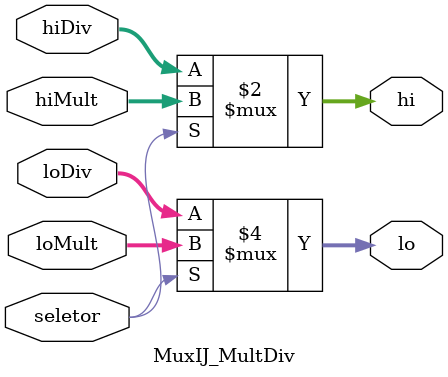
<source format=v>
module MuxIJ_MultDiv (
   input wire seletor,
   input wire [31:0] hiMult,
   input wire [31:0] loMult,
   input wire [31:0] hiDiv,
   input wire [31:0] loDiv,
   output wire [31:0] hi,
   output wire [31:0] lo
);
   
 assign hi = (seletor==1'b1) ? hiMult : hiDiv;
 assign lo = (seletor==1'b1) ? loMult : loDiv;
endmodule
</source>
